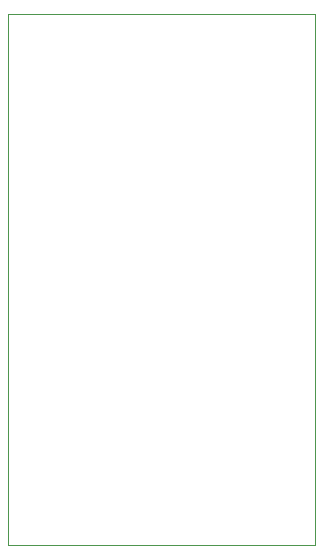
<source format=gbr>
G04 #@! TF.GenerationSoftware,KiCad,Pcbnew,(5.1.5)-3*
G04 #@! TF.CreationDate,2021-02-11T22:25:29+01:00*
G04 #@! TF.ProjectId,20210211_eduino,32303231-3032-4313-915f-656475696e6f,v1.0*
G04 #@! TF.SameCoordinates,Original*
G04 #@! TF.FileFunction,Profile,NP*
%FSLAX46Y46*%
G04 Gerber Fmt 4.6, Leading zero omitted, Abs format (unit mm)*
G04 Created by KiCad (PCBNEW (5.1.5)-3) date 2021-02-11 22:25:29*
%MOMM*%
%LPD*%
G04 APERTURE LIST*
%ADD10C,0.050000*%
G04 APERTURE END LIST*
D10*
X135500000Y-133000000D02*
X135500000Y-88000000D01*
X161500000Y-133000000D02*
X135500000Y-133000000D01*
X161500000Y-88000000D02*
X161500000Y-133000000D01*
X135500000Y-88000000D02*
X161500000Y-88000000D01*
M02*

</source>
